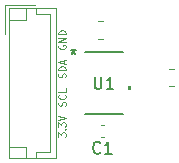
<source format=gbr>
%TF.GenerationSoftware,KiCad,Pcbnew,9.0.2*%
%TF.CreationDate,2025-05-12T20:01:58-04:00*%
%TF.ProjectId,high-range-IMU,68696768-2d72-4616-9e67-652d494d552e,rev?*%
%TF.SameCoordinates,Original*%
%TF.FileFunction,Legend,Top*%
%TF.FilePolarity,Positive*%
%FSLAX46Y46*%
G04 Gerber Fmt 4.6, Leading zero omitted, Abs format (unit mm)*
G04 Created by KiCad (PCBNEW 9.0.2) date 2025-05-12 20:01:58*
%MOMM*%
%LPD*%
G01*
G04 APERTURE LIST*
%ADD10C,0.120000*%
%ADD11C,0.150000*%
%ADD12C,0.152400*%
%ADD13C,0.000000*%
G04 APERTURE END LIST*
D10*
X141491760Y-90406767D02*
X141520331Y-90321053D01*
X141520331Y-90321053D02*
X141520331Y-90178195D01*
X141520331Y-90178195D02*
X141491760Y-90121053D01*
X141491760Y-90121053D02*
X141463188Y-90092481D01*
X141463188Y-90092481D02*
X141406045Y-90063910D01*
X141406045Y-90063910D02*
X141348902Y-90063910D01*
X141348902Y-90063910D02*
X141291760Y-90092481D01*
X141291760Y-90092481D02*
X141263188Y-90121053D01*
X141263188Y-90121053D02*
X141234617Y-90178195D01*
X141234617Y-90178195D02*
X141206045Y-90292481D01*
X141206045Y-90292481D02*
X141177474Y-90349624D01*
X141177474Y-90349624D02*
X141148902Y-90378195D01*
X141148902Y-90378195D02*
X141091760Y-90406767D01*
X141091760Y-90406767D02*
X141034617Y-90406767D01*
X141034617Y-90406767D02*
X140977474Y-90378195D01*
X140977474Y-90378195D02*
X140948902Y-90349624D01*
X140948902Y-90349624D02*
X140920331Y-90292481D01*
X140920331Y-90292481D02*
X140920331Y-90149624D01*
X140920331Y-90149624D02*
X140948902Y-90063910D01*
X141463188Y-89463909D02*
X141491760Y-89492481D01*
X141491760Y-89492481D02*
X141520331Y-89578195D01*
X141520331Y-89578195D02*
X141520331Y-89635338D01*
X141520331Y-89635338D02*
X141491760Y-89721052D01*
X141491760Y-89721052D02*
X141434617Y-89778195D01*
X141434617Y-89778195D02*
X141377474Y-89806766D01*
X141377474Y-89806766D02*
X141263188Y-89835338D01*
X141263188Y-89835338D02*
X141177474Y-89835338D01*
X141177474Y-89835338D02*
X141063188Y-89806766D01*
X141063188Y-89806766D02*
X141006045Y-89778195D01*
X141006045Y-89778195D02*
X140948902Y-89721052D01*
X140948902Y-89721052D02*
X140920331Y-89635338D01*
X140920331Y-89635338D02*
X140920331Y-89578195D01*
X140920331Y-89578195D02*
X140948902Y-89492481D01*
X140948902Y-89492481D02*
X140977474Y-89463909D01*
X141520331Y-88921052D02*
X141520331Y-89206766D01*
X141520331Y-89206766D02*
X140920331Y-89206766D01*
X140920331Y-93035338D02*
X140920331Y-92663910D01*
X140920331Y-92663910D02*
X141148902Y-92863910D01*
X141148902Y-92863910D02*
X141148902Y-92778195D01*
X141148902Y-92778195D02*
X141177474Y-92721053D01*
X141177474Y-92721053D02*
X141206045Y-92692481D01*
X141206045Y-92692481D02*
X141263188Y-92663910D01*
X141263188Y-92663910D02*
X141406045Y-92663910D01*
X141406045Y-92663910D02*
X141463188Y-92692481D01*
X141463188Y-92692481D02*
X141491760Y-92721053D01*
X141491760Y-92721053D02*
X141520331Y-92778195D01*
X141520331Y-92778195D02*
X141520331Y-92949624D01*
X141520331Y-92949624D02*
X141491760Y-93006767D01*
X141491760Y-93006767D02*
X141463188Y-93035338D01*
X141463188Y-92406766D02*
X141491760Y-92378195D01*
X141491760Y-92378195D02*
X141520331Y-92406766D01*
X141520331Y-92406766D02*
X141491760Y-92435338D01*
X141491760Y-92435338D02*
X141463188Y-92406766D01*
X141463188Y-92406766D02*
X141520331Y-92406766D01*
X140920331Y-92178195D02*
X140920331Y-91806767D01*
X140920331Y-91806767D02*
X141148902Y-92006767D01*
X141148902Y-92006767D02*
X141148902Y-91921052D01*
X141148902Y-91921052D02*
X141177474Y-91863910D01*
X141177474Y-91863910D02*
X141206045Y-91835338D01*
X141206045Y-91835338D02*
X141263188Y-91806767D01*
X141263188Y-91806767D02*
X141406045Y-91806767D01*
X141406045Y-91806767D02*
X141463188Y-91835338D01*
X141463188Y-91835338D02*
X141491760Y-91863910D01*
X141491760Y-91863910D02*
X141520331Y-91921052D01*
X141520331Y-91921052D02*
X141520331Y-92092481D01*
X141520331Y-92092481D02*
X141491760Y-92149624D01*
X141491760Y-92149624D02*
X141463188Y-92178195D01*
X140920331Y-91635338D02*
X141520331Y-91435338D01*
X141520331Y-91435338D02*
X140920331Y-91235338D01*
X141491760Y-88006767D02*
X141520331Y-87921053D01*
X141520331Y-87921053D02*
X141520331Y-87778195D01*
X141520331Y-87778195D02*
X141491760Y-87721053D01*
X141491760Y-87721053D02*
X141463188Y-87692481D01*
X141463188Y-87692481D02*
X141406045Y-87663910D01*
X141406045Y-87663910D02*
X141348902Y-87663910D01*
X141348902Y-87663910D02*
X141291760Y-87692481D01*
X141291760Y-87692481D02*
X141263188Y-87721053D01*
X141263188Y-87721053D02*
X141234617Y-87778195D01*
X141234617Y-87778195D02*
X141206045Y-87892481D01*
X141206045Y-87892481D02*
X141177474Y-87949624D01*
X141177474Y-87949624D02*
X141148902Y-87978195D01*
X141148902Y-87978195D02*
X141091760Y-88006767D01*
X141091760Y-88006767D02*
X141034617Y-88006767D01*
X141034617Y-88006767D02*
X140977474Y-87978195D01*
X140977474Y-87978195D02*
X140948902Y-87949624D01*
X140948902Y-87949624D02*
X140920331Y-87892481D01*
X140920331Y-87892481D02*
X140920331Y-87749624D01*
X140920331Y-87749624D02*
X140948902Y-87663910D01*
X141520331Y-87406766D02*
X140920331Y-87406766D01*
X140920331Y-87406766D02*
X140920331Y-87263909D01*
X140920331Y-87263909D02*
X140948902Y-87178195D01*
X140948902Y-87178195D02*
X141006045Y-87121052D01*
X141006045Y-87121052D02*
X141063188Y-87092481D01*
X141063188Y-87092481D02*
X141177474Y-87063909D01*
X141177474Y-87063909D02*
X141263188Y-87063909D01*
X141263188Y-87063909D02*
X141377474Y-87092481D01*
X141377474Y-87092481D02*
X141434617Y-87121052D01*
X141434617Y-87121052D02*
X141491760Y-87178195D01*
X141491760Y-87178195D02*
X141520331Y-87263909D01*
X141520331Y-87263909D02*
X141520331Y-87406766D01*
X141348902Y-86835338D02*
X141348902Y-86549624D01*
X141520331Y-86892481D02*
X140920331Y-86692481D01*
X140920331Y-86692481D02*
X141520331Y-86492481D01*
X140948902Y-85263910D02*
X140920331Y-85321053D01*
X140920331Y-85321053D02*
X140920331Y-85406767D01*
X140920331Y-85406767D02*
X140948902Y-85492481D01*
X140948902Y-85492481D02*
X141006045Y-85549624D01*
X141006045Y-85549624D02*
X141063188Y-85578195D01*
X141063188Y-85578195D02*
X141177474Y-85606767D01*
X141177474Y-85606767D02*
X141263188Y-85606767D01*
X141263188Y-85606767D02*
X141377474Y-85578195D01*
X141377474Y-85578195D02*
X141434617Y-85549624D01*
X141434617Y-85549624D02*
X141491760Y-85492481D01*
X141491760Y-85492481D02*
X141520331Y-85406767D01*
X141520331Y-85406767D02*
X141520331Y-85349624D01*
X141520331Y-85349624D02*
X141491760Y-85263910D01*
X141491760Y-85263910D02*
X141463188Y-85235338D01*
X141463188Y-85235338D02*
X141263188Y-85235338D01*
X141263188Y-85235338D02*
X141263188Y-85349624D01*
X141520331Y-84978195D02*
X140920331Y-84978195D01*
X140920331Y-84978195D02*
X141520331Y-84635338D01*
X141520331Y-84635338D02*
X140920331Y-84635338D01*
X141520331Y-84349624D02*
X140920331Y-84349624D01*
X140920331Y-84349624D02*
X140920331Y-84206767D01*
X140920331Y-84206767D02*
X140948902Y-84121053D01*
X140948902Y-84121053D02*
X141006045Y-84063910D01*
X141006045Y-84063910D02*
X141063188Y-84035339D01*
X141063188Y-84035339D02*
X141177474Y-84006767D01*
X141177474Y-84006767D02*
X141263188Y-84006767D01*
X141263188Y-84006767D02*
X141377474Y-84035339D01*
X141377474Y-84035339D02*
X141434617Y-84063910D01*
X141434617Y-84063910D02*
X141491760Y-84121053D01*
X141491760Y-84121053D02*
X141520331Y-84206767D01*
X141520331Y-84206767D02*
X141520331Y-84349624D01*
D11*
X143988095Y-87954819D02*
X143988095Y-88764342D01*
X143988095Y-88764342D02*
X144035714Y-88859580D01*
X144035714Y-88859580D02*
X144083333Y-88907200D01*
X144083333Y-88907200D02*
X144178571Y-88954819D01*
X144178571Y-88954819D02*
X144369047Y-88954819D01*
X144369047Y-88954819D02*
X144464285Y-88907200D01*
X144464285Y-88907200D02*
X144511904Y-88859580D01*
X144511904Y-88859580D02*
X144559523Y-88764342D01*
X144559523Y-88764342D02*
X144559523Y-87954819D01*
X145559523Y-88954819D02*
X144988095Y-88954819D01*
X145273809Y-88954819D02*
X145273809Y-87954819D01*
X145273809Y-87954819D02*
X145178571Y-88097676D01*
X145178571Y-88097676D02*
X145083333Y-88192914D01*
X145083333Y-88192914D02*
X144988095Y-88240533D01*
X142185200Y-85554819D02*
X142185200Y-85792914D01*
X141947105Y-85697676D02*
X142185200Y-85792914D01*
X142185200Y-85792914D02*
X142423295Y-85697676D01*
X142042343Y-85983390D02*
X142185200Y-85792914D01*
X142185200Y-85792914D02*
X142328057Y-85983390D01*
X142185200Y-85554819D02*
X142185200Y-85792914D01*
X141947105Y-85697676D02*
X142185200Y-85792914D01*
X142185200Y-85792914D02*
X142423295Y-85697676D01*
X142042343Y-85983390D02*
X142185200Y-85792914D01*
X142185200Y-85792914D02*
X142328057Y-85983390D01*
X144470833Y-94359580D02*
X144423214Y-94407200D01*
X144423214Y-94407200D02*
X144280357Y-94454819D01*
X144280357Y-94454819D02*
X144185119Y-94454819D01*
X144185119Y-94454819D02*
X144042262Y-94407200D01*
X144042262Y-94407200D02*
X143947024Y-94311961D01*
X143947024Y-94311961D02*
X143899405Y-94216723D01*
X143899405Y-94216723D02*
X143851786Y-94026247D01*
X143851786Y-94026247D02*
X143851786Y-93883390D01*
X143851786Y-93883390D02*
X143899405Y-93692914D01*
X143899405Y-93692914D02*
X143947024Y-93597676D01*
X143947024Y-93597676D02*
X144042262Y-93502438D01*
X144042262Y-93502438D02*
X144185119Y-93454819D01*
X144185119Y-93454819D02*
X144280357Y-93454819D01*
X144280357Y-93454819D02*
X144423214Y-93502438D01*
X144423214Y-93502438D02*
X144470833Y-93550057D01*
X145423214Y-94454819D02*
X144851786Y-94454819D01*
X145137500Y-94454819D02*
X145137500Y-93454819D01*
X145137500Y-93454819D02*
X145042262Y-93597676D01*
X145042262Y-93597676D02*
X144947024Y-93692914D01*
X144947024Y-93692914D02*
X144851786Y-93740533D01*
D10*
%TO.C,R1*%
X144272936Y-83265000D02*
X144727064Y-83265000D01*
X144272936Y-84735000D02*
X144727064Y-84735000D01*
%TO.C,R2*%
X150727064Y-87265000D02*
X150272936Y-87265000D01*
X150727064Y-88735000D02*
X150272936Y-88735000D01*
%TO.C,J1*%
X136390000Y-81840000D02*
X136390000Y-84340000D01*
X136690000Y-82140000D02*
X136690000Y-94860000D01*
X136690000Y-94860000D02*
X140710000Y-94860000D01*
X138190000Y-82140000D02*
X138190000Y-83140000D01*
X138190000Y-83140000D02*
X136690000Y-83140000D01*
X138190000Y-93860000D02*
X136690000Y-93860000D01*
X138190000Y-94860000D02*
X138190000Y-93860000D01*
X138890000Y-81840000D02*
X136390000Y-81840000D01*
X139000000Y-82140000D02*
X139000000Y-82640000D01*
X139000000Y-82640000D02*
X140210000Y-82640000D01*
X139000000Y-94360000D02*
X139000000Y-94860000D01*
X140210000Y-82640000D02*
X140210000Y-94360000D01*
X140210000Y-94360000D02*
X139000000Y-94360000D01*
X140710000Y-82140000D02*
X136690000Y-82140000D01*
X140710000Y-94860000D02*
X140710000Y-82140000D01*
D12*
%TO.C,U1*%
X143123000Y-91127000D02*
X146377000Y-91127000D01*
X146377000Y-85873000D02*
X143123000Y-85873000D01*
D13*
G36*
X147035401Y-89090499D02*
G01*
X146781401Y-89090499D01*
X146781401Y-88709499D01*
X147035401Y-88709499D01*
X147035401Y-89090499D01*
G37*
D10*
%TO.C,C1*%
X144491233Y-91990000D02*
X144783767Y-91990000D01*
X144491233Y-93010000D02*
X144783767Y-93010000D01*
%TD*%
M02*

</source>
